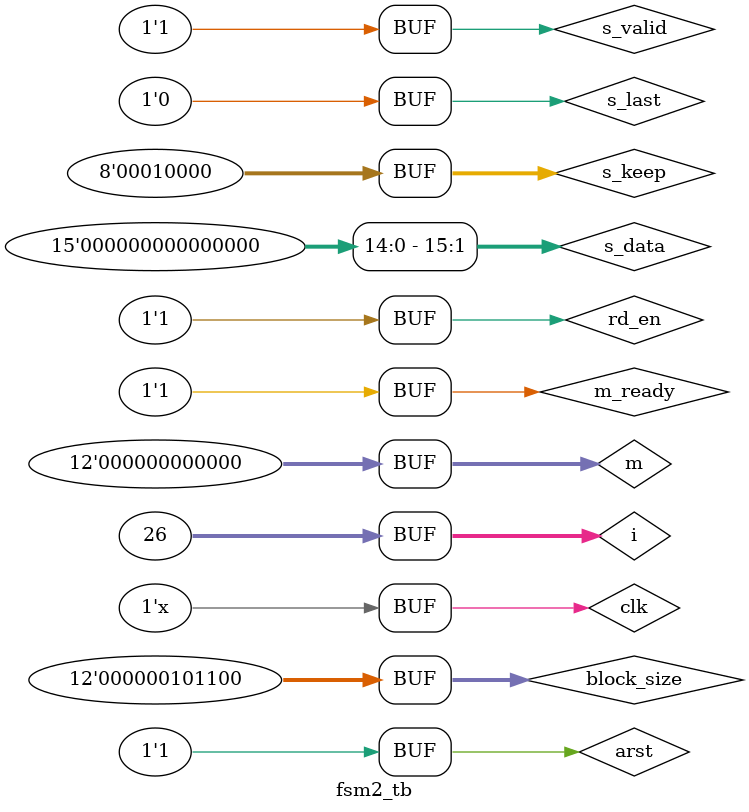
<source format=v>
`timescale 1ns / 1ps


module fsm2_tb();
reg clk,arst;
reg [15:0]s_data;
reg s_valid,s_last;
wire s_ready;
reg [7:0]s_keep;
wire  [15:0] m_data;
wire m_valid,m_last;
reg m_ready;
wire [7:0]m_keep;integer i;reg rd_en;
reg [11:0]m,block_size;
wire last;
fsm2dut f1(clk,arst,s_data,s_valid,s_last,s_ready,s_keep,m_data, m_valid,m_last,m_ready,m_keep,rd_en,block_size,last);
always #5 clk=~clk;
initial begin
clk=1;arst=0;m=0;rd_en=0;m_ready=0;
#5;arst=1;
#25;
m_ready=1;block_size=44;
for(i=0;i<=25;i=i+1)
 begin
s_data=$urandom;
s_valid=1;
if(i==10 | i==20)
s_last<=1;
else
s_last<=0;
//if(s_valid & s_ready)
//m=m+1;
//if(s_last)
//k=m;
#10;
end
end
initial begin

#25;s_keep<=7'd16;
#10;s_keep<=7'd16;
#10;s_keep<=7'd8;
#10;s_keep<=7'd4;
#10;s_keep<=7'd12;
#10;s_keep<=7'd16;
#10;s_keep<=7'd4;
#10;s_keep<=7'd8;
#10;s_keep<=7'd16;
end

initial begin
#80;
rd_en=1;
end
endmodule

</source>
